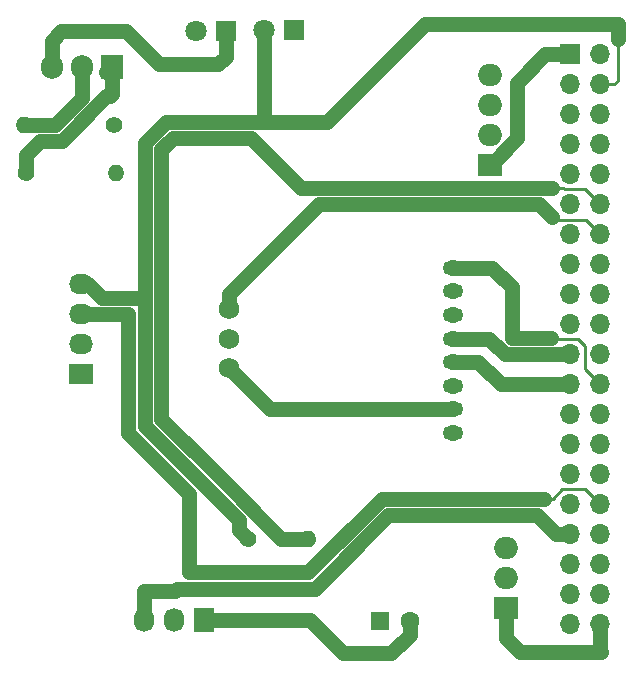
<source format=gtl>
G04 #@! TF.GenerationSoftware,KiCad,Pcbnew,(5.0.0-rc2-dev-482-gf81c77cd4)*
G04 #@! TF.CreationDate,2018-06-08T20:02:40+02:00*
G04 #@! TF.ProjectId,ha_plattform,68615F706C617474666F726D2E6B6963,rev?*
G04 #@! TF.SameCoordinates,Original*
G04 #@! TF.FileFunction,Copper,L1,Top,Signal*
G04 #@! TF.FilePolarity,Positive*
%FSLAX46Y46*%
G04 Gerber Fmt 4.6, Leading zero omitted, Abs format (unit mm)*
G04 Created by KiCad (PCBNEW (5.0.0-rc2-dev-482-gf81c77cd4)) date Fri Jun  8 20:02:40 2018*
%MOMM*%
%LPD*%
G01*
G04 APERTURE LIST*
%ADD10R,1.600000X1.600000*%
%ADD11C,1.600000*%
%ADD12R,1.800000X1.800000*%
%ADD13C,1.800000*%
%ADD14O,1.750000X1.300000*%
%ADD15C,1.750000*%
%ADD16O,1.700000X1.700000*%
%ADD17R,1.700000X1.700000*%
%ADD18O,2.032000X1.727200*%
%ADD19R,2.032000X1.727200*%
%ADD20R,1.727200X2.032000*%
%ADD21O,1.727200X2.032000*%
%ADD22R,2.000000X1.905000*%
%ADD23O,2.000000X1.905000*%
%ADD24C,1.400000*%
%ADD25O,1.400000X1.400000*%
%ADD26R,1.905000X2.000000*%
%ADD27O,1.905000X2.000000*%
%ADD28C,1.270000*%
%ADD29C,0.250000*%
G04 APERTURE END LIST*
D10*
X53040000Y-71450000D03*
D11*
X55540000Y-71450000D03*
D12*
X40010000Y-21460000D03*
D13*
X37470000Y-21460000D03*
D12*
X45730000Y-21410000D03*
D13*
X43190000Y-21410000D03*
D14*
X59230000Y-55510000D03*
X59230000Y-53510000D03*
X59230000Y-51510000D03*
X59230000Y-49510000D03*
X59230000Y-47510000D03*
X59230000Y-45510000D03*
X59230000Y-43510000D03*
X59230000Y-41510000D03*
D15*
X40230000Y-45010000D03*
X40230000Y-47510000D03*
X40230000Y-50010000D03*
D16*
X71690000Y-71700000D03*
X69150000Y-71700000D03*
X71690000Y-69160000D03*
X69150000Y-69160000D03*
X71690000Y-66620000D03*
X69150000Y-66620000D03*
X71690000Y-64080000D03*
X69150000Y-64080000D03*
X71690000Y-61540000D03*
X69150000Y-61540000D03*
X71690000Y-59000000D03*
X69150000Y-59000000D03*
X71690000Y-56460000D03*
X69150000Y-56460000D03*
X71690000Y-53920000D03*
X69150000Y-53920000D03*
X71690000Y-51380000D03*
X69150000Y-51380000D03*
X71690000Y-48840000D03*
X69150000Y-48840000D03*
X71690000Y-46300000D03*
X69150000Y-46300000D03*
X71690000Y-43760000D03*
X69150000Y-43760000D03*
X71690000Y-41220000D03*
X69150000Y-41220000D03*
X71690000Y-38680000D03*
X69150000Y-38680000D03*
X71690000Y-36140000D03*
X69150000Y-36140000D03*
X71690000Y-33600000D03*
X69150000Y-33600000D03*
X71690000Y-31060000D03*
X69150000Y-31060000D03*
X71690000Y-28520000D03*
X69150000Y-28520000D03*
X71690000Y-25980000D03*
X69150000Y-25980000D03*
X71690000Y-23440000D03*
D17*
X69150000Y-23440000D03*
D18*
X27754229Y-42900707D03*
X27754229Y-45440707D03*
X27754229Y-47980707D03*
D19*
X27754229Y-50520707D03*
D20*
X38150000Y-71360000D03*
D21*
X35610000Y-71360000D03*
X33070000Y-71360000D03*
D22*
X63700000Y-70310000D03*
D23*
X63700000Y-67770000D03*
X63700000Y-65230000D03*
D24*
X41830000Y-64440000D03*
D25*
X46910000Y-64440000D03*
D26*
X30340000Y-24520000D03*
D27*
X27800000Y-24520000D03*
X25260000Y-24520000D03*
D24*
X30480000Y-29390000D03*
D25*
X22860000Y-29390000D03*
X30730000Y-33470000D03*
D24*
X23110000Y-33470000D03*
D23*
X62360000Y-25170000D03*
X62360000Y-27710000D03*
X62360000Y-30250000D03*
D22*
X62360000Y-32790000D03*
D28*
X34527010Y-31492990D02*
X34910000Y-31110000D01*
X34527010Y-31492990D02*
X35482990Y-30537010D01*
X43810000Y-32190000D02*
X46355980Y-34735980D01*
X42157010Y-30537010D02*
X43810000Y-32190000D01*
X35482990Y-30537010D02*
X42157010Y-30537010D01*
X46355980Y-34735980D02*
X67595980Y-34735980D01*
D29*
X67595980Y-34735980D02*
X68555980Y-34735980D01*
X68555980Y-34735980D02*
X68680000Y-34860000D01*
X70410000Y-34860000D02*
X71690000Y-36140000D01*
X68680000Y-34860000D02*
X70410000Y-34860000D01*
D28*
X39125670Y-58920000D02*
X34527010Y-54321340D01*
X39160000Y-58920000D02*
X39125670Y-58920000D01*
X34527010Y-35119596D02*
X34527010Y-31492990D01*
X34527010Y-54321340D02*
X34527010Y-35119596D01*
X46910000Y-64440000D02*
X44680000Y-64440000D01*
X44680000Y-64440000D02*
X39160000Y-58920000D01*
X59230000Y-41510000D02*
X62564330Y-41510000D01*
X64180000Y-43125670D02*
X64180000Y-47404330D01*
X62564330Y-41510000D02*
X64180000Y-43125670D01*
X64180000Y-47404330D02*
X64218660Y-47442990D01*
X64218660Y-47442990D02*
X67500000Y-47442990D01*
D29*
X70690000Y-50380000D02*
X71690000Y-51380000D01*
X70410000Y-50100000D02*
X70690000Y-50380000D01*
X67607010Y-47550000D02*
X69826960Y-47550000D01*
X67500000Y-47442990D02*
X67607010Y-47550000D01*
X69826960Y-47550000D02*
X70252001Y-47975041D01*
X70252001Y-47975041D02*
X70252001Y-47992001D01*
X70252001Y-47992001D02*
X70410000Y-48150000D01*
X70410000Y-48150000D02*
X70410000Y-50100000D01*
D28*
X69150000Y-48840000D02*
X63640000Y-48840000D01*
X62310000Y-47510000D02*
X59230000Y-47510000D01*
X63640000Y-48840000D02*
X62310000Y-47510000D01*
X67947919Y-51380000D02*
X69150000Y-51380000D01*
X63245000Y-51380000D02*
X67947919Y-51380000D01*
X61375000Y-49510000D02*
X63245000Y-51380000D01*
X59230000Y-49510000D02*
X61375000Y-49510000D01*
X26070000Y-21490000D02*
X25260000Y-22300000D01*
X25260000Y-22300000D02*
X25260000Y-24520000D01*
D29*
X73162990Y-25709091D02*
X73162990Y-22150000D01*
X72892081Y-25980000D02*
X73162990Y-25709091D01*
X71690000Y-25980000D02*
X72892081Y-25980000D01*
D28*
X33130000Y-54900000D02*
X39220000Y-60990000D01*
X33130001Y-30914329D02*
X34904330Y-29140000D01*
X33130000Y-34540936D02*
X33130001Y-30914329D01*
X39220000Y-60990000D02*
X39254330Y-60990000D01*
X41130001Y-62900001D02*
X39220000Y-60990000D01*
X41130001Y-63740001D02*
X41130001Y-62900001D01*
X41830000Y-64440000D02*
X41130001Y-63740001D01*
X33070000Y-68870000D02*
X33070000Y-71360000D01*
X35377600Y-68840000D02*
X33100000Y-68840000D01*
X35407600Y-68870000D02*
X35377600Y-68840000D01*
X35648641Y-68870000D02*
X35407600Y-68870000D01*
X33100000Y-68840000D02*
X33070000Y-68870000D01*
X67947919Y-64080000D02*
X66347919Y-62480000D01*
X69150000Y-64080000D02*
X67947919Y-64080000D01*
X53750000Y-62480000D02*
X47550000Y-68680000D01*
X66347919Y-62480000D02*
X53750000Y-62480000D01*
X47550000Y-68680000D02*
X35838641Y-68680000D01*
X35838641Y-68680000D02*
X35648641Y-68870000D01*
D29*
X70430000Y-60280000D02*
X71690000Y-61540000D01*
X68480000Y-60280000D02*
X70430000Y-60280000D01*
X66926579Y-61082990D02*
X67677010Y-61082990D01*
X67677010Y-61082990D02*
X68480000Y-60280000D01*
D28*
X66492990Y-36132990D02*
X67570000Y-37210000D01*
D29*
X67810000Y-37450000D02*
X67570000Y-37210000D01*
X71690000Y-38680000D02*
X70460000Y-37450000D01*
X70460000Y-37450000D02*
X67810000Y-37450000D01*
D28*
X71690000Y-73990000D02*
X71690000Y-71700000D01*
X71720000Y-74020000D02*
X71690000Y-73990000D01*
X64867010Y-74020000D02*
X71720000Y-74020000D01*
X63700000Y-70310000D02*
X63700000Y-72852990D01*
X63700000Y-72852990D02*
X64867010Y-74020000D01*
X33023697Y-44043697D02*
X33130000Y-44150000D01*
X29503697Y-44043697D02*
X33023697Y-44043697D01*
X28360707Y-42900707D02*
X29503697Y-44043697D01*
X27754229Y-42900707D02*
X28360707Y-42900707D01*
X33130000Y-34540936D02*
X33130000Y-44150000D01*
X33130000Y-44150000D02*
X33130000Y-54900000D01*
X27800000Y-24567500D02*
X27770000Y-24597500D01*
X27800000Y-24520000D02*
X27800000Y-24567500D01*
X27770000Y-24597500D02*
X27770000Y-27120000D01*
X25500000Y-29390000D02*
X22860000Y-29390000D01*
X27770000Y-27120000D02*
X25500000Y-29390000D01*
X53171340Y-61082990D02*
X46971340Y-67282990D01*
X66926579Y-61082990D02*
X53171340Y-61082990D01*
X36910000Y-67282990D02*
X36910000Y-60655670D01*
X36910000Y-60655670D02*
X31732990Y-55478660D01*
X46971340Y-67282990D02*
X36910000Y-67282990D01*
X27754229Y-45440707D02*
X31683697Y-45440707D01*
X31732990Y-45490000D02*
X31732990Y-55478660D01*
X31683697Y-45440707D02*
X31732990Y-45490000D01*
X43730000Y-53510000D02*
X40230000Y-50010000D01*
X59230000Y-53510000D02*
X43730000Y-53510000D01*
X26070000Y-21490000D02*
X31520000Y-21490000D01*
X31520000Y-21490000D02*
X34310000Y-24280000D01*
X40010000Y-23630000D02*
X40010000Y-21460000D01*
X39360000Y-24280000D02*
X40010000Y-23630000D01*
X34310000Y-24280000D02*
X39360000Y-24280000D01*
X43190000Y-28740000D02*
X43590000Y-29140000D01*
X43190000Y-21410000D02*
X43190000Y-28740000D01*
X34904330Y-29140000D02*
X43590000Y-29140000D01*
X56882990Y-20837010D02*
X73162990Y-20837010D01*
X43590000Y-29140000D02*
X48580000Y-29140000D01*
X73162990Y-20837010D02*
X73162990Y-22150000D01*
X48580000Y-29140000D02*
X56882990Y-20837010D01*
X30272183Y-24520000D02*
X29880000Y-24912183D01*
X30340000Y-24520000D02*
X30272183Y-24520000D01*
X29880000Y-26985670D02*
X26078660Y-30787010D01*
X26078660Y-30787010D02*
X24262990Y-30787010D01*
X23110000Y-31940000D02*
X23110000Y-33470000D01*
X24262990Y-30787010D02*
X23110000Y-31940000D01*
X30340000Y-26790000D02*
X30340000Y-24520000D01*
X30144330Y-26985670D02*
X30340000Y-26790000D01*
X29880000Y-26985670D02*
X30144330Y-26985670D01*
X55540000Y-72581370D02*
X55540000Y-71450000D01*
X47128398Y-71360000D02*
X49931388Y-74162990D01*
X53958380Y-74162990D02*
X55540000Y-72581370D01*
X49931388Y-74162990D02*
X53958380Y-74162990D01*
X38150000Y-71360000D02*
X47128398Y-71360000D01*
X47869574Y-36132990D02*
X48080000Y-36132990D01*
X40230000Y-43772564D02*
X47869574Y-36132990D01*
X40230000Y-45010000D02*
X40230000Y-43772564D01*
X48080000Y-36132990D02*
X66492990Y-36132990D01*
X67030000Y-23440000D02*
X69150000Y-23440000D01*
X64630000Y-30567500D02*
X64630000Y-25840000D01*
X64630000Y-25840000D02*
X67030000Y-23440000D01*
X62407500Y-32790000D02*
X64630000Y-30567500D01*
X62360000Y-32790000D02*
X62407500Y-32790000D01*
M02*

</source>
